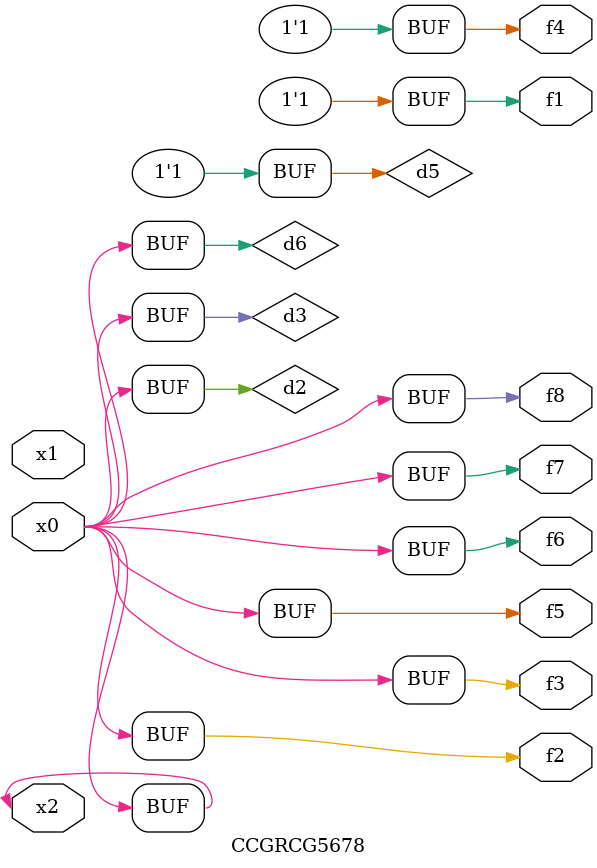
<source format=v>
module CCGRCG5678(
	input x0, x1, x2,
	output f1, f2, f3, f4, f5, f6, f7, f8
);

	wire d1, d2, d3, d4, d5, d6;

	xnor (d1, x2);
	buf (d2, x0, x2);
	and (d3, x0);
	xnor (d4, x1, x2);
	nand (d5, d1, d3);
	buf (d6, d2, d3);
	assign f1 = d5;
	assign f2 = d6;
	assign f3 = d6;
	assign f4 = d5;
	assign f5 = d6;
	assign f6 = d6;
	assign f7 = d6;
	assign f8 = d6;
endmodule

</source>
